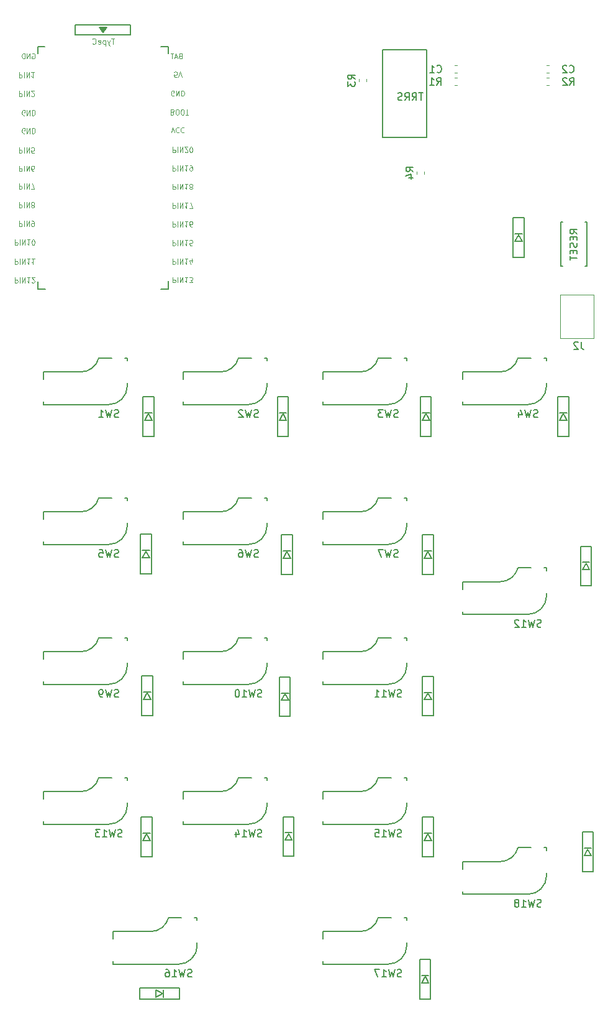
<source format=gbo>
G04 #@! TF.GenerationSoftware,KiCad,Pcbnew,(5.1.5)-3*
G04 #@! TF.CreationDate,2020-10-10T23:35:22+09:00*
G04 #@! TF.ProjectId,Pistachio_MacroPad,50697374-6163-4686-996f-5f4d6163726f,rev?*
G04 #@! TF.SameCoordinates,Original*
G04 #@! TF.FileFunction,Legend,Bot*
G04 #@! TF.FilePolarity,Positive*
%FSLAX46Y46*%
G04 Gerber Fmt 4.6, Leading zero omitted, Abs format (unit mm)*
G04 Created by KiCad (PCBNEW (5.1.5)-3) date 2020-10-10 23:35:22*
%MOMM*%
%LPD*%
G04 APERTURE LIST*
%ADD10C,0.150000*%
%ADD11C,0.120000*%
%ADD12C,0.125000*%
G04 APERTURE END LIST*
D10*
X35770000Y-130465000D02*
X44660000Y-130465000D01*
X35770000Y-130084000D02*
X35770000Y-130465000D01*
X35770000Y-126020000D02*
X35770000Y-127036000D01*
X40850000Y-126020000D02*
X35770000Y-126020000D01*
X45041000Y-124115000D02*
X43390000Y-124115000D01*
X47200000Y-124115000D02*
X46819000Y-124115000D01*
X47200000Y-124496000D02*
X47200000Y-124115000D01*
X47200000Y-127925000D02*
X47200000Y-127544000D01*
X43314162Y-124096040D02*
G75*
G02X40850000Y-126020000I-2464162J616040D01*
G01*
X47200000Y-127925000D02*
G75*
G02X44660000Y-130465000I-2540000J0D01*
G01*
D11*
X91823733Y-28160000D02*
X92166267Y-28160000D01*
X91823733Y-27140000D02*
X92166267Y-27140000D01*
X104666267Y-28110000D02*
X104323733Y-28110000D01*
X104666267Y-27090000D02*
X104323733Y-27090000D01*
X106240000Y-58820000D02*
X106240000Y-61820000D01*
X110740000Y-61820000D02*
X110740000Y-58820000D01*
X110740000Y-58820000D02*
X110740000Y-58320000D01*
X110740000Y-58320000D02*
X106240000Y-58320000D01*
X106240000Y-58320000D02*
X106240000Y-58820000D01*
X106240000Y-58820000D02*
X106240000Y-64320000D01*
X106240000Y-64320000D02*
X110740000Y-64320000D01*
X110740000Y-64320000D02*
X110740000Y-61820000D01*
X91823733Y-29800000D02*
X92166267Y-29800000D01*
X91823733Y-28780000D02*
X92166267Y-28780000D01*
X104666267Y-29800000D02*
X104323733Y-29800000D01*
X104666267Y-28780000D02*
X104323733Y-28780000D01*
X78740000Y-28993733D02*
X78740000Y-29336267D01*
X79760000Y-28993733D02*
X79760000Y-29336267D01*
X87670000Y-41578733D02*
X87670000Y-41921267D01*
X86650000Y-41578733D02*
X86650000Y-41921267D01*
D10*
X35770000Y-73315000D02*
X44660000Y-73315000D01*
X35770000Y-72934000D02*
X35770000Y-73315000D01*
X35770000Y-68870000D02*
X35770000Y-69886000D01*
X40850000Y-68870000D02*
X35770000Y-68870000D01*
X45041000Y-66965000D02*
X43390000Y-66965000D01*
X47200000Y-66965000D02*
X46819000Y-66965000D01*
X47200000Y-67346000D02*
X47200000Y-66965000D01*
X47200000Y-70775000D02*
X47200000Y-70394000D01*
X43314162Y-66946040D02*
G75*
G02X40850000Y-68870000I-2464162J616040D01*
G01*
X47200000Y-70775000D02*
G75*
G02X44660000Y-73315000I-2540000J0D01*
G01*
X66250000Y-70775000D02*
G75*
G02X63710000Y-73315000I-2540000J0D01*
G01*
X62364162Y-66946040D02*
G75*
G02X59900000Y-68870000I-2464162J616040D01*
G01*
X66250000Y-70775000D02*
X66250000Y-70394000D01*
X66250000Y-67346000D02*
X66250000Y-66965000D01*
X66250000Y-66965000D02*
X65869000Y-66965000D01*
X64091000Y-66965000D02*
X62440000Y-66965000D01*
X59900000Y-68870000D02*
X54820000Y-68870000D01*
X54820000Y-68870000D02*
X54820000Y-69886000D01*
X54820000Y-72934000D02*
X54820000Y-73315000D01*
X54820000Y-73315000D02*
X63710000Y-73315000D01*
X73870000Y-73315000D02*
X82760000Y-73315000D01*
X73870000Y-72934000D02*
X73870000Y-73315000D01*
X73870000Y-68870000D02*
X73870000Y-69886000D01*
X78950000Y-68870000D02*
X73870000Y-68870000D01*
X83141000Y-66965000D02*
X81490000Y-66965000D01*
X85300000Y-66965000D02*
X84919000Y-66965000D01*
X85300000Y-67346000D02*
X85300000Y-66965000D01*
X85300000Y-70775000D02*
X85300000Y-70394000D01*
X81414162Y-66946040D02*
G75*
G02X78950000Y-68870000I-2464162J616040D01*
G01*
X85300000Y-70775000D02*
G75*
G02X82760000Y-73315000I-2540000J0D01*
G01*
X92920000Y-73315000D02*
X101810000Y-73315000D01*
X92920000Y-72934000D02*
X92920000Y-73315000D01*
X92920000Y-68870000D02*
X92920000Y-69886000D01*
X98000000Y-68870000D02*
X92920000Y-68870000D01*
X102191000Y-66965000D02*
X100540000Y-66965000D01*
X104350000Y-66965000D02*
X103969000Y-66965000D01*
X104350000Y-67346000D02*
X104350000Y-66965000D01*
X104350000Y-70775000D02*
X104350000Y-70394000D01*
X100464162Y-66946040D02*
G75*
G02X98000000Y-68870000I-2464162J616040D01*
G01*
X104350000Y-70775000D02*
G75*
G02X101810000Y-73315000I-2540000J0D01*
G01*
X47200000Y-89825000D02*
G75*
G02X44660000Y-92365000I-2540000J0D01*
G01*
X43314162Y-85996040D02*
G75*
G02X40850000Y-87920000I-2464162J616040D01*
G01*
X47200000Y-89825000D02*
X47200000Y-89444000D01*
X47200000Y-86396000D02*
X47200000Y-86015000D01*
X47200000Y-86015000D02*
X46819000Y-86015000D01*
X45041000Y-86015000D02*
X43390000Y-86015000D01*
X40850000Y-87920000D02*
X35770000Y-87920000D01*
X35770000Y-87920000D02*
X35770000Y-88936000D01*
X35770000Y-91984000D02*
X35770000Y-92365000D01*
X35770000Y-92365000D02*
X44660000Y-92365000D01*
X54820000Y-92365000D02*
X63710000Y-92365000D01*
X54820000Y-91984000D02*
X54820000Y-92365000D01*
X54820000Y-87920000D02*
X54820000Y-88936000D01*
X59900000Y-87920000D02*
X54820000Y-87920000D01*
X64091000Y-86015000D02*
X62440000Y-86015000D01*
X66250000Y-86015000D02*
X65869000Y-86015000D01*
X66250000Y-86396000D02*
X66250000Y-86015000D01*
X66250000Y-89825000D02*
X66250000Y-89444000D01*
X62364162Y-85996040D02*
G75*
G02X59900000Y-87920000I-2464162J616040D01*
G01*
X66250000Y-89825000D02*
G75*
G02X63710000Y-92365000I-2540000J0D01*
G01*
X85300000Y-89825000D02*
G75*
G02X82760000Y-92365000I-2540000J0D01*
G01*
X81414162Y-85996040D02*
G75*
G02X78950000Y-87920000I-2464162J616040D01*
G01*
X85300000Y-89825000D02*
X85300000Y-89444000D01*
X85300000Y-86396000D02*
X85300000Y-86015000D01*
X85300000Y-86015000D02*
X84919000Y-86015000D01*
X83141000Y-86015000D02*
X81490000Y-86015000D01*
X78950000Y-87920000D02*
X73870000Y-87920000D01*
X73870000Y-87920000D02*
X73870000Y-88936000D01*
X73870000Y-91984000D02*
X73870000Y-92365000D01*
X73870000Y-92365000D02*
X82760000Y-92365000D01*
X47200000Y-108875000D02*
G75*
G02X44660000Y-111415000I-2540000J0D01*
G01*
X43314162Y-105046040D02*
G75*
G02X40850000Y-106970000I-2464162J616040D01*
G01*
X47200000Y-108875000D02*
X47200000Y-108494000D01*
X47200000Y-105446000D02*
X47200000Y-105065000D01*
X47200000Y-105065000D02*
X46819000Y-105065000D01*
X45041000Y-105065000D02*
X43390000Y-105065000D01*
X40850000Y-106970000D02*
X35770000Y-106970000D01*
X35770000Y-106970000D02*
X35770000Y-107986000D01*
X35770000Y-111034000D02*
X35770000Y-111415000D01*
X35770000Y-111415000D02*
X44660000Y-111415000D01*
X66250000Y-108875000D02*
G75*
G02X63710000Y-111415000I-2540000J0D01*
G01*
X62364162Y-105046040D02*
G75*
G02X59900000Y-106970000I-2464162J616040D01*
G01*
X66250000Y-108875000D02*
X66250000Y-108494000D01*
X66250000Y-105446000D02*
X66250000Y-105065000D01*
X66250000Y-105065000D02*
X65869000Y-105065000D01*
X64091000Y-105065000D02*
X62440000Y-105065000D01*
X59900000Y-106970000D02*
X54820000Y-106970000D01*
X54820000Y-106970000D02*
X54820000Y-107986000D01*
X54820000Y-111034000D02*
X54820000Y-111415000D01*
X54820000Y-111415000D02*
X63710000Y-111415000D01*
X73870000Y-111415000D02*
X82760000Y-111415000D01*
X73870000Y-111034000D02*
X73870000Y-111415000D01*
X73870000Y-106970000D02*
X73870000Y-107986000D01*
X78950000Y-106970000D02*
X73870000Y-106970000D01*
X83141000Y-105065000D02*
X81490000Y-105065000D01*
X85300000Y-105065000D02*
X84919000Y-105065000D01*
X85300000Y-105446000D02*
X85300000Y-105065000D01*
X85300000Y-108875000D02*
X85300000Y-108494000D01*
X81414162Y-105046040D02*
G75*
G02X78950000Y-106970000I-2464162J616040D01*
G01*
X85300000Y-108875000D02*
G75*
G02X82760000Y-111415000I-2540000J0D01*
G01*
X92920000Y-101885000D02*
X101810000Y-101885000D01*
X92920000Y-101504000D02*
X92920000Y-101885000D01*
X92920000Y-97440000D02*
X92920000Y-98456000D01*
X98000000Y-97440000D02*
X92920000Y-97440000D01*
X102191000Y-95535000D02*
X100540000Y-95535000D01*
X104350000Y-95535000D02*
X103969000Y-95535000D01*
X104350000Y-95916000D02*
X104350000Y-95535000D01*
X104350000Y-99345000D02*
X104350000Y-98964000D01*
X100464162Y-95516040D02*
G75*
G02X98000000Y-97440000I-2464162J616040D01*
G01*
X104350000Y-99345000D02*
G75*
G02X101810000Y-101885000I-2540000J0D01*
G01*
X66250000Y-127925000D02*
G75*
G02X63710000Y-130465000I-2540000J0D01*
G01*
X62364162Y-124096040D02*
G75*
G02X59900000Y-126020000I-2464162J616040D01*
G01*
X66250000Y-127925000D02*
X66250000Y-127544000D01*
X66250000Y-124496000D02*
X66250000Y-124115000D01*
X66250000Y-124115000D02*
X65869000Y-124115000D01*
X64091000Y-124115000D02*
X62440000Y-124115000D01*
X59900000Y-126020000D02*
X54820000Y-126020000D01*
X54820000Y-126020000D02*
X54820000Y-127036000D01*
X54820000Y-130084000D02*
X54820000Y-130465000D01*
X54820000Y-130465000D02*
X63710000Y-130465000D01*
X73870000Y-130465000D02*
X82760000Y-130465000D01*
X73870000Y-130084000D02*
X73870000Y-130465000D01*
X73870000Y-126020000D02*
X73870000Y-127036000D01*
X78950000Y-126020000D02*
X73870000Y-126020000D01*
X83141000Y-124115000D02*
X81490000Y-124115000D01*
X85300000Y-124115000D02*
X84919000Y-124115000D01*
X85300000Y-124496000D02*
X85300000Y-124115000D01*
X85300000Y-127925000D02*
X85300000Y-127544000D01*
X81414162Y-124096040D02*
G75*
G02X78950000Y-126020000I-2464162J616040D01*
G01*
X85300000Y-127925000D02*
G75*
G02X82760000Y-130465000I-2540000J0D01*
G01*
X56720000Y-146975000D02*
G75*
G02X54180000Y-149515000I-2540000J0D01*
G01*
X52834162Y-143146040D02*
G75*
G02X50370000Y-145070000I-2464162J616040D01*
G01*
X56720000Y-146975000D02*
X56720000Y-146594000D01*
X56720000Y-143546000D02*
X56720000Y-143165000D01*
X56720000Y-143165000D02*
X56339000Y-143165000D01*
X54561000Y-143165000D02*
X52910000Y-143165000D01*
X50370000Y-145070000D02*
X45290000Y-145070000D01*
X45290000Y-145070000D02*
X45290000Y-146086000D01*
X45290000Y-149134000D02*
X45290000Y-149515000D01*
X45290000Y-149515000D02*
X54180000Y-149515000D01*
X73870000Y-149515000D02*
X82760000Y-149515000D01*
X73870000Y-149134000D02*
X73870000Y-149515000D01*
X73870000Y-145070000D02*
X73870000Y-146086000D01*
X78950000Y-145070000D02*
X73870000Y-145070000D01*
X83141000Y-143165000D02*
X81490000Y-143165000D01*
X85300000Y-143165000D02*
X84919000Y-143165000D01*
X85300000Y-143546000D02*
X85300000Y-143165000D01*
X85300000Y-146975000D02*
X85300000Y-146594000D01*
X81414162Y-143146040D02*
G75*
G02X78950000Y-145070000I-2464162J616040D01*
G01*
X85300000Y-146975000D02*
G75*
G02X82760000Y-149515000I-2540000J0D01*
G01*
X104350000Y-137455000D02*
G75*
G02X101810000Y-139995000I-2540000J0D01*
G01*
X100464162Y-133626040D02*
G75*
G02X98000000Y-135550000I-2464162J616040D01*
G01*
X104350000Y-137455000D02*
X104350000Y-137074000D01*
X104350000Y-134026000D02*
X104350000Y-133645000D01*
X104350000Y-133645000D02*
X103969000Y-133645000D01*
X102191000Y-133645000D02*
X100540000Y-133645000D01*
X98000000Y-135550000D02*
X92920000Y-135550000D01*
X92920000Y-135550000D02*
X92920000Y-136566000D01*
X92920000Y-139614000D02*
X92920000Y-139995000D01*
X92920000Y-139995000D02*
X101810000Y-139995000D01*
X44020000Y-22430000D02*
X43720000Y-22430000D01*
X44120000Y-22280000D02*
X43620000Y-22280000D01*
X44220000Y-22130000D02*
X43520000Y-22130000D01*
X43870000Y-22630000D02*
X44370000Y-21980000D01*
X43370000Y-21980000D02*
X43870000Y-22630000D01*
X44370000Y-21980000D02*
X43370000Y-21980000D01*
X40120000Y-21630000D02*
X47620000Y-21630000D01*
X40120000Y-22930000D02*
X40120000Y-21630000D01*
X47620000Y-22930000D02*
X40120000Y-22930000D01*
X47620000Y-21630000D02*
X47620000Y-22930000D01*
X52770000Y-24530000D02*
X52770000Y-25530000D01*
X34970000Y-24530000D02*
X34970000Y-25530000D01*
X52770000Y-24530000D02*
X51770000Y-24530000D01*
X34970000Y-24530000D02*
X35920000Y-24530000D01*
X52770000Y-56530000D02*
X52770000Y-57580000D01*
X34970000Y-56580000D02*
X34970000Y-57580000D01*
X52770000Y-57580000D02*
X51770000Y-57580000D01*
X34970000Y-57580000D02*
X35980000Y-57580000D01*
X88000000Y-24970000D02*
X82000000Y-24970000D01*
X82000000Y-24970000D02*
X82000000Y-36970000D01*
X82000000Y-36970000D02*
X88000000Y-36970000D01*
X88000000Y-36970000D02*
X88000000Y-24970000D01*
X109830000Y-48480000D02*
X109830000Y-54480000D01*
X109830000Y-54480000D02*
X109580000Y-54480000D01*
X109830000Y-48480000D02*
X109580000Y-48480000D01*
X106330000Y-48480000D02*
X106580000Y-48480000D01*
X106330000Y-48480000D02*
X106330000Y-54480000D01*
X106330000Y-54480000D02*
X106580000Y-54480000D01*
X49600000Y-74450000D02*
X50600000Y-74450000D01*
X50100000Y-74550000D02*
X49600000Y-75450000D01*
X50600000Y-75450000D02*
X50100000Y-74550000D01*
X49600000Y-75450000D02*
X50600000Y-75450000D01*
X49350000Y-77650000D02*
X50850000Y-77650000D01*
X49350000Y-72250000D02*
X50850000Y-72250000D01*
X49350000Y-77650000D02*
X49350000Y-72250000D01*
X50850000Y-72250000D02*
X50850000Y-77650000D01*
X69160000Y-72230000D02*
X69160000Y-77630000D01*
X67660000Y-77630000D02*
X67660000Y-72230000D01*
X67660000Y-72230000D02*
X69160000Y-72230000D01*
X67660000Y-77630000D02*
X69160000Y-77630000D01*
X67910000Y-75430000D02*
X68910000Y-75430000D01*
X68910000Y-75430000D02*
X68410000Y-74530000D01*
X68410000Y-74530000D02*
X67910000Y-75430000D01*
X67910000Y-74430000D02*
X68910000Y-74430000D01*
X87390000Y-74445000D02*
X88390000Y-74445000D01*
X87890000Y-74545000D02*
X87390000Y-75445000D01*
X88390000Y-75445000D02*
X87890000Y-74545000D01*
X87390000Y-75445000D02*
X88390000Y-75445000D01*
X87140000Y-77645000D02*
X88640000Y-77645000D01*
X87140000Y-72245000D02*
X88640000Y-72245000D01*
X87140000Y-77645000D02*
X87140000Y-72245000D01*
X88640000Y-72245000D02*
X88640000Y-77645000D01*
X107380000Y-72220000D02*
X107380000Y-77620000D01*
X105880000Y-77620000D02*
X105880000Y-72220000D01*
X105880000Y-72220000D02*
X107380000Y-72220000D01*
X105880000Y-77620000D02*
X107380000Y-77620000D01*
X106130000Y-75420000D02*
X107130000Y-75420000D01*
X107130000Y-75420000D02*
X106630000Y-74520000D01*
X106630000Y-74520000D02*
X106130000Y-75420000D01*
X106130000Y-74420000D02*
X107130000Y-74420000D01*
X49210000Y-93190000D02*
X50210000Y-93190000D01*
X49710000Y-93290000D02*
X49210000Y-94190000D01*
X50210000Y-94190000D02*
X49710000Y-93290000D01*
X49210000Y-94190000D02*
X50210000Y-94190000D01*
X48960000Y-96390000D02*
X50460000Y-96390000D01*
X48960000Y-90990000D02*
X50460000Y-90990000D01*
X48960000Y-96390000D02*
X48960000Y-90990000D01*
X50460000Y-90990000D02*
X50460000Y-96390000D01*
X69700000Y-91040000D02*
X69700000Y-96440000D01*
X68200000Y-96440000D02*
X68200000Y-91040000D01*
X68200000Y-91040000D02*
X69700000Y-91040000D01*
X68200000Y-96440000D02*
X69700000Y-96440000D01*
X68450000Y-94240000D02*
X69450000Y-94240000D01*
X69450000Y-94240000D02*
X68950000Y-93340000D01*
X68950000Y-93340000D02*
X68450000Y-94240000D01*
X68450000Y-93240000D02*
X69450000Y-93240000D01*
X87670000Y-93240000D02*
X88670000Y-93240000D01*
X88170000Y-93340000D02*
X87670000Y-94240000D01*
X88670000Y-94240000D02*
X88170000Y-93340000D01*
X87670000Y-94240000D02*
X88670000Y-94240000D01*
X87420000Y-96440000D02*
X88920000Y-96440000D01*
X87420000Y-91040000D02*
X88920000Y-91040000D01*
X87420000Y-96440000D02*
X87420000Y-91040000D01*
X88920000Y-91040000D02*
X88920000Y-96440000D01*
X100030000Y-50085000D02*
X101030000Y-50085000D01*
X100530000Y-50185000D02*
X100030000Y-51085000D01*
X101030000Y-51085000D02*
X100530000Y-50185000D01*
X100030000Y-51085000D02*
X101030000Y-51085000D01*
X99780000Y-53285000D02*
X101280000Y-53285000D01*
X99780000Y-47885000D02*
X101280000Y-47885000D01*
X99780000Y-53285000D02*
X99780000Y-47885000D01*
X101280000Y-47885000D02*
X101280000Y-53285000D01*
X49390000Y-112470000D02*
X50390000Y-112470000D01*
X49890000Y-112570000D02*
X49390000Y-113470000D01*
X50390000Y-113470000D02*
X49890000Y-112570000D01*
X49390000Y-113470000D02*
X50390000Y-113470000D01*
X49140000Y-115670000D02*
X50640000Y-115670000D01*
X49140000Y-110270000D02*
X50640000Y-110270000D01*
X49140000Y-115670000D02*
X49140000Y-110270000D01*
X50640000Y-110270000D02*
X50640000Y-115670000D01*
X69420000Y-110395000D02*
X69420000Y-115795000D01*
X67920000Y-115795000D02*
X67920000Y-110395000D01*
X67920000Y-110395000D02*
X69420000Y-110395000D01*
X67920000Y-115795000D02*
X69420000Y-115795000D01*
X68170000Y-113595000D02*
X69170000Y-113595000D01*
X69170000Y-113595000D02*
X68670000Y-112695000D01*
X68670000Y-112695000D02*
X68170000Y-113595000D01*
X68170000Y-112595000D02*
X69170000Y-112595000D01*
X87660000Y-112510000D02*
X88660000Y-112510000D01*
X88160000Y-112610000D02*
X87660000Y-113510000D01*
X88660000Y-113510000D02*
X88160000Y-112610000D01*
X87660000Y-113510000D02*
X88660000Y-113510000D01*
X87410000Y-115710000D02*
X88910000Y-115710000D01*
X87410000Y-110310000D02*
X88910000Y-110310000D01*
X87410000Y-115710000D02*
X87410000Y-110310000D01*
X88910000Y-110310000D02*
X88910000Y-115710000D01*
X110480000Y-92600000D02*
X110480000Y-98000000D01*
X108980000Y-98000000D02*
X108980000Y-92600000D01*
X108980000Y-92600000D02*
X110480000Y-92600000D01*
X108980000Y-98000000D02*
X110480000Y-98000000D01*
X109230000Y-95800000D02*
X110230000Y-95800000D01*
X110230000Y-95800000D02*
X109730000Y-94900000D01*
X109730000Y-94900000D02*
X109230000Y-95800000D01*
X109230000Y-94800000D02*
X110230000Y-94800000D01*
X49300000Y-131690000D02*
X50300000Y-131690000D01*
X49800000Y-131790000D02*
X49300000Y-132690000D01*
X50300000Y-132690000D02*
X49800000Y-131790000D01*
X49300000Y-132690000D02*
X50300000Y-132690000D01*
X49050000Y-134890000D02*
X50550000Y-134890000D01*
X49050000Y-129490000D02*
X50550000Y-129490000D01*
X49050000Y-134890000D02*
X49050000Y-129490000D01*
X50550000Y-129490000D02*
X50550000Y-134890000D01*
X69920000Y-129430000D02*
X69920000Y-134830000D01*
X68420000Y-134830000D02*
X68420000Y-129430000D01*
X68420000Y-129430000D02*
X69920000Y-129430000D01*
X68420000Y-134830000D02*
X69920000Y-134830000D01*
X68670000Y-132630000D02*
X69670000Y-132630000D01*
X69670000Y-132630000D02*
X69170000Y-131730000D01*
X69170000Y-131730000D02*
X68670000Y-132630000D01*
X68670000Y-131630000D02*
X69670000Y-131630000D01*
X88950000Y-129460000D02*
X88950000Y-134860000D01*
X87450000Y-134860000D02*
X87450000Y-129460000D01*
X87450000Y-129460000D02*
X88950000Y-129460000D01*
X87450000Y-134860000D02*
X88950000Y-134860000D01*
X87700000Y-132660000D02*
X88700000Y-132660000D01*
X88700000Y-132660000D02*
X88200000Y-131760000D01*
X88200000Y-131760000D02*
X87700000Y-132660000D01*
X87700000Y-131660000D02*
X88700000Y-131660000D01*
X52090000Y-153020000D02*
X52090000Y-154020000D01*
X51990000Y-153520000D02*
X51090000Y-153020000D01*
X51090000Y-154020000D02*
X51990000Y-153520000D01*
X51090000Y-153020000D02*
X51090000Y-154020000D01*
X48890000Y-152770000D02*
X48890000Y-154270000D01*
X54290000Y-152770000D02*
X54290000Y-154270000D01*
X48890000Y-152770000D02*
X54290000Y-152770000D01*
X54290000Y-154270000D02*
X48890000Y-154270000D01*
X88550000Y-148860000D02*
X88550000Y-154260000D01*
X87050000Y-154260000D02*
X87050000Y-148860000D01*
X87050000Y-148860000D02*
X88550000Y-148860000D01*
X87050000Y-154260000D02*
X88550000Y-154260000D01*
X87300000Y-152060000D02*
X88300000Y-152060000D01*
X88300000Y-152060000D02*
X87800000Y-151160000D01*
X87800000Y-151160000D02*
X87300000Y-152060000D01*
X87300000Y-151060000D02*
X88300000Y-151060000D01*
X110720000Y-131540000D02*
X110720000Y-136940000D01*
X109220000Y-136940000D02*
X109220000Y-131540000D01*
X109220000Y-131540000D02*
X110720000Y-131540000D01*
X109220000Y-136940000D02*
X110720000Y-136940000D01*
X109470000Y-134740000D02*
X110470000Y-134740000D01*
X110470000Y-134740000D02*
X109970000Y-133840000D01*
X109970000Y-133840000D02*
X109470000Y-134740000D01*
X109470000Y-133740000D02*
X110470000Y-133740000D01*
X46469523Y-132139761D02*
X46326666Y-132187380D01*
X46088571Y-132187380D01*
X45993333Y-132139761D01*
X45945714Y-132092142D01*
X45898095Y-131996904D01*
X45898095Y-131901666D01*
X45945714Y-131806428D01*
X45993333Y-131758809D01*
X46088571Y-131711190D01*
X46279047Y-131663571D01*
X46374285Y-131615952D01*
X46421904Y-131568333D01*
X46469523Y-131473095D01*
X46469523Y-131377857D01*
X46421904Y-131282619D01*
X46374285Y-131235000D01*
X46279047Y-131187380D01*
X46040952Y-131187380D01*
X45898095Y-131235000D01*
X45564761Y-131187380D02*
X45326666Y-132187380D01*
X45136190Y-131473095D01*
X44945714Y-132187380D01*
X44707619Y-131187380D01*
X43802857Y-132187380D02*
X44374285Y-132187380D01*
X44088571Y-132187380D02*
X44088571Y-131187380D01*
X44183809Y-131330238D01*
X44279047Y-131425476D01*
X44374285Y-131473095D01*
X43469523Y-131187380D02*
X42850476Y-131187380D01*
X43183809Y-131568333D01*
X43040952Y-131568333D01*
X42945714Y-131615952D01*
X42898095Y-131663571D01*
X42850476Y-131758809D01*
X42850476Y-131996904D01*
X42898095Y-132092142D01*
X42945714Y-132139761D01*
X43040952Y-132187380D01*
X43326666Y-132187380D01*
X43421904Y-132139761D01*
X43469523Y-132092142D01*
X89406666Y-28007142D02*
X89454285Y-28054761D01*
X89597142Y-28102380D01*
X89692380Y-28102380D01*
X89835238Y-28054761D01*
X89930476Y-27959523D01*
X89978095Y-27864285D01*
X90025714Y-27673809D01*
X90025714Y-27530952D01*
X89978095Y-27340476D01*
X89930476Y-27245238D01*
X89835238Y-27150000D01*
X89692380Y-27102380D01*
X89597142Y-27102380D01*
X89454285Y-27150000D01*
X89406666Y-27197619D01*
X88454285Y-28102380D02*
X89025714Y-28102380D01*
X88740000Y-28102380D02*
X88740000Y-27102380D01*
X88835238Y-27245238D01*
X88930476Y-27340476D01*
X89025714Y-27388095D01*
X107466666Y-28027142D02*
X107514285Y-28074761D01*
X107657142Y-28122380D01*
X107752380Y-28122380D01*
X107895238Y-28074761D01*
X107990476Y-27979523D01*
X108038095Y-27884285D01*
X108085714Y-27693809D01*
X108085714Y-27550952D01*
X108038095Y-27360476D01*
X107990476Y-27265238D01*
X107895238Y-27170000D01*
X107752380Y-27122380D01*
X107657142Y-27122380D01*
X107514285Y-27170000D01*
X107466666Y-27217619D01*
X107085714Y-27217619D02*
X107038095Y-27170000D01*
X106942857Y-27122380D01*
X106704761Y-27122380D01*
X106609523Y-27170000D01*
X106561904Y-27217619D01*
X106514285Y-27312857D01*
X106514285Y-27408095D01*
X106561904Y-27550952D01*
X107133333Y-28122380D01*
X106514285Y-28122380D01*
X109073333Y-64772380D02*
X109073333Y-65486666D01*
X109120952Y-65629523D01*
X109216190Y-65724761D01*
X109359047Y-65772380D01*
X109454285Y-65772380D01*
X108644761Y-64867619D02*
X108597142Y-64820000D01*
X108501904Y-64772380D01*
X108263809Y-64772380D01*
X108168571Y-64820000D01*
X108120952Y-64867619D01*
X108073333Y-64962857D01*
X108073333Y-65058095D01*
X108120952Y-65200952D01*
X108692380Y-65772380D01*
X108073333Y-65772380D01*
X89386666Y-29812380D02*
X89720000Y-29336190D01*
X89958095Y-29812380D02*
X89958095Y-28812380D01*
X89577142Y-28812380D01*
X89481904Y-28860000D01*
X89434285Y-28907619D01*
X89386666Y-29002857D01*
X89386666Y-29145714D01*
X89434285Y-29240952D01*
X89481904Y-29288571D01*
X89577142Y-29336190D01*
X89958095Y-29336190D01*
X88434285Y-29812380D02*
X89005714Y-29812380D01*
X88720000Y-29812380D02*
X88720000Y-28812380D01*
X88815238Y-28955238D01*
X88910476Y-29050476D01*
X89005714Y-29098095D01*
X107516666Y-29822380D02*
X107850000Y-29346190D01*
X108088095Y-29822380D02*
X108088095Y-28822380D01*
X107707142Y-28822380D01*
X107611904Y-28870000D01*
X107564285Y-28917619D01*
X107516666Y-29012857D01*
X107516666Y-29155714D01*
X107564285Y-29250952D01*
X107611904Y-29298571D01*
X107707142Y-29346190D01*
X108088095Y-29346190D01*
X107135714Y-28917619D02*
X107088095Y-28870000D01*
X106992857Y-28822380D01*
X106754761Y-28822380D01*
X106659523Y-28870000D01*
X106611904Y-28917619D01*
X106564285Y-29012857D01*
X106564285Y-29108095D01*
X106611904Y-29250952D01*
X107183333Y-29822380D01*
X106564285Y-29822380D01*
X78272380Y-28998333D02*
X77796190Y-28665000D01*
X78272380Y-28426904D02*
X77272380Y-28426904D01*
X77272380Y-28807857D01*
X77320000Y-28903095D01*
X77367619Y-28950714D01*
X77462857Y-28998333D01*
X77605714Y-28998333D01*
X77700952Y-28950714D01*
X77748571Y-28903095D01*
X77796190Y-28807857D01*
X77796190Y-28426904D01*
X77272380Y-29331666D02*
X77272380Y-29950714D01*
X77653333Y-29617380D01*
X77653333Y-29760238D01*
X77700952Y-29855476D01*
X77748571Y-29903095D01*
X77843809Y-29950714D01*
X78081904Y-29950714D01*
X78177142Y-29903095D01*
X78224761Y-29855476D01*
X78272380Y-29760238D01*
X78272380Y-29474523D01*
X78224761Y-29379285D01*
X78177142Y-29331666D01*
X86182380Y-41583333D02*
X85706190Y-41250000D01*
X86182380Y-41011904D02*
X85182380Y-41011904D01*
X85182380Y-41392857D01*
X85230000Y-41488095D01*
X85277619Y-41535714D01*
X85372857Y-41583333D01*
X85515714Y-41583333D01*
X85610952Y-41535714D01*
X85658571Y-41488095D01*
X85706190Y-41392857D01*
X85706190Y-41011904D01*
X85515714Y-42440476D02*
X86182380Y-42440476D01*
X85134761Y-42202380D02*
X85849047Y-41964285D01*
X85849047Y-42583333D01*
X45993333Y-74989761D02*
X45850476Y-75037380D01*
X45612380Y-75037380D01*
X45517142Y-74989761D01*
X45469523Y-74942142D01*
X45421904Y-74846904D01*
X45421904Y-74751666D01*
X45469523Y-74656428D01*
X45517142Y-74608809D01*
X45612380Y-74561190D01*
X45802857Y-74513571D01*
X45898095Y-74465952D01*
X45945714Y-74418333D01*
X45993333Y-74323095D01*
X45993333Y-74227857D01*
X45945714Y-74132619D01*
X45898095Y-74085000D01*
X45802857Y-74037380D01*
X45564761Y-74037380D01*
X45421904Y-74085000D01*
X45088571Y-74037380D02*
X44850476Y-75037380D01*
X44660000Y-74323095D01*
X44469523Y-75037380D01*
X44231428Y-74037380D01*
X43326666Y-75037380D02*
X43898095Y-75037380D01*
X43612380Y-75037380D02*
X43612380Y-74037380D01*
X43707619Y-74180238D01*
X43802857Y-74275476D01*
X43898095Y-74323095D01*
X65043333Y-74989761D02*
X64900476Y-75037380D01*
X64662380Y-75037380D01*
X64567142Y-74989761D01*
X64519523Y-74942142D01*
X64471904Y-74846904D01*
X64471904Y-74751666D01*
X64519523Y-74656428D01*
X64567142Y-74608809D01*
X64662380Y-74561190D01*
X64852857Y-74513571D01*
X64948095Y-74465952D01*
X64995714Y-74418333D01*
X65043333Y-74323095D01*
X65043333Y-74227857D01*
X64995714Y-74132619D01*
X64948095Y-74085000D01*
X64852857Y-74037380D01*
X64614761Y-74037380D01*
X64471904Y-74085000D01*
X64138571Y-74037380D02*
X63900476Y-75037380D01*
X63710000Y-74323095D01*
X63519523Y-75037380D01*
X63281428Y-74037380D01*
X62948095Y-74132619D02*
X62900476Y-74085000D01*
X62805238Y-74037380D01*
X62567142Y-74037380D01*
X62471904Y-74085000D01*
X62424285Y-74132619D01*
X62376666Y-74227857D01*
X62376666Y-74323095D01*
X62424285Y-74465952D01*
X62995714Y-75037380D01*
X62376666Y-75037380D01*
X84093333Y-74989761D02*
X83950476Y-75037380D01*
X83712380Y-75037380D01*
X83617142Y-74989761D01*
X83569523Y-74942142D01*
X83521904Y-74846904D01*
X83521904Y-74751666D01*
X83569523Y-74656428D01*
X83617142Y-74608809D01*
X83712380Y-74561190D01*
X83902857Y-74513571D01*
X83998095Y-74465952D01*
X84045714Y-74418333D01*
X84093333Y-74323095D01*
X84093333Y-74227857D01*
X84045714Y-74132619D01*
X83998095Y-74085000D01*
X83902857Y-74037380D01*
X83664761Y-74037380D01*
X83521904Y-74085000D01*
X83188571Y-74037380D02*
X82950476Y-75037380D01*
X82760000Y-74323095D01*
X82569523Y-75037380D01*
X82331428Y-74037380D01*
X82045714Y-74037380D02*
X81426666Y-74037380D01*
X81760000Y-74418333D01*
X81617142Y-74418333D01*
X81521904Y-74465952D01*
X81474285Y-74513571D01*
X81426666Y-74608809D01*
X81426666Y-74846904D01*
X81474285Y-74942142D01*
X81521904Y-74989761D01*
X81617142Y-75037380D01*
X81902857Y-75037380D01*
X81998095Y-74989761D01*
X82045714Y-74942142D01*
X103143333Y-74989761D02*
X103000476Y-75037380D01*
X102762380Y-75037380D01*
X102667142Y-74989761D01*
X102619523Y-74942142D01*
X102571904Y-74846904D01*
X102571904Y-74751666D01*
X102619523Y-74656428D01*
X102667142Y-74608809D01*
X102762380Y-74561190D01*
X102952857Y-74513571D01*
X103048095Y-74465952D01*
X103095714Y-74418333D01*
X103143333Y-74323095D01*
X103143333Y-74227857D01*
X103095714Y-74132619D01*
X103048095Y-74085000D01*
X102952857Y-74037380D01*
X102714761Y-74037380D01*
X102571904Y-74085000D01*
X102238571Y-74037380D02*
X102000476Y-75037380D01*
X101810000Y-74323095D01*
X101619523Y-75037380D01*
X101381428Y-74037380D01*
X100571904Y-74370714D02*
X100571904Y-75037380D01*
X100810000Y-73989761D02*
X101048095Y-74704047D01*
X100429047Y-74704047D01*
X45993333Y-94039761D02*
X45850476Y-94087380D01*
X45612380Y-94087380D01*
X45517142Y-94039761D01*
X45469523Y-93992142D01*
X45421904Y-93896904D01*
X45421904Y-93801666D01*
X45469523Y-93706428D01*
X45517142Y-93658809D01*
X45612380Y-93611190D01*
X45802857Y-93563571D01*
X45898095Y-93515952D01*
X45945714Y-93468333D01*
X45993333Y-93373095D01*
X45993333Y-93277857D01*
X45945714Y-93182619D01*
X45898095Y-93135000D01*
X45802857Y-93087380D01*
X45564761Y-93087380D01*
X45421904Y-93135000D01*
X45088571Y-93087380D02*
X44850476Y-94087380D01*
X44660000Y-93373095D01*
X44469523Y-94087380D01*
X44231428Y-93087380D01*
X43374285Y-93087380D02*
X43850476Y-93087380D01*
X43898095Y-93563571D01*
X43850476Y-93515952D01*
X43755238Y-93468333D01*
X43517142Y-93468333D01*
X43421904Y-93515952D01*
X43374285Y-93563571D01*
X43326666Y-93658809D01*
X43326666Y-93896904D01*
X43374285Y-93992142D01*
X43421904Y-94039761D01*
X43517142Y-94087380D01*
X43755238Y-94087380D01*
X43850476Y-94039761D01*
X43898095Y-93992142D01*
X65043333Y-94039761D02*
X64900476Y-94087380D01*
X64662380Y-94087380D01*
X64567142Y-94039761D01*
X64519523Y-93992142D01*
X64471904Y-93896904D01*
X64471904Y-93801666D01*
X64519523Y-93706428D01*
X64567142Y-93658809D01*
X64662380Y-93611190D01*
X64852857Y-93563571D01*
X64948095Y-93515952D01*
X64995714Y-93468333D01*
X65043333Y-93373095D01*
X65043333Y-93277857D01*
X64995714Y-93182619D01*
X64948095Y-93135000D01*
X64852857Y-93087380D01*
X64614761Y-93087380D01*
X64471904Y-93135000D01*
X64138571Y-93087380D02*
X63900476Y-94087380D01*
X63710000Y-93373095D01*
X63519523Y-94087380D01*
X63281428Y-93087380D01*
X62471904Y-93087380D02*
X62662380Y-93087380D01*
X62757619Y-93135000D01*
X62805238Y-93182619D01*
X62900476Y-93325476D01*
X62948095Y-93515952D01*
X62948095Y-93896904D01*
X62900476Y-93992142D01*
X62852857Y-94039761D01*
X62757619Y-94087380D01*
X62567142Y-94087380D01*
X62471904Y-94039761D01*
X62424285Y-93992142D01*
X62376666Y-93896904D01*
X62376666Y-93658809D01*
X62424285Y-93563571D01*
X62471904Y-93515952D01*
X62567142Y-93468333D01*
X62757619Y-93468333D01*
X62852857Y-93515952D01*
X62900476Y-93563571D01*
X62948095Y-93658809D01*
X84093333Y-94039761D02*
X83950476Y-94087380D01*
X83712380Y-94087380D01*
X83617142Y-94039761D01*
X83569523Y-93992142D01*
X83521904Y-93896904D01*
X83521904Y-93801666D01*
X83569523Y-93706428D01*
X83617142Y-93658809D01*
X83712380Y-93611190D01*
X83902857Y-93563571D01*
X83998095Y-93515952D01*
X84045714Y-93468333D01*
X84093333Y-93373095D01*
X84093333Y-93277857D01*
X84045714Y-93182619D01*
X83998095Y-93135000D01*
X83902857Y-93087380D01*
X83664761Y-93087380D01*
X83521904Y-93135000D01*
X83188571Y-93087380D02*
X82950476Y-94087380D01*
X82760000Y-93373095D01*
X82569523Y-94087380D01*
X82331428Y-93087380D01*
X82045714Y-93087380D02*
X81379047Y-93087380D01*
X81807619Y-94087380D01*
X45993333Y-113089761D02*
X45850476Y-113137380D01*
X45612380Y-113137380D01*
X45517142Y-113089761D01*
X45469523Y-113042142D01*
X45421904Y-112946904D01*
X45421904Y-112851666D01*
X45469523Y-112756428D01*
X45517142Y-112708809D01*
X45612380Y-112661190D01*
X45802857Y-112613571D01*
X45898095Y-112565952D01*
X45945714Y-112518333D01*
X45993333Y-112423095D01*
X45993333Y-112327857D01*
X45945714Y-112232619D01*
X45898095Y-112185000D01*
X45802857Y-112137380D01*
X45564761Y-112137380D01*
X45421904Y-112185000D01*
X45088571Y-112137380D02*
X44850476Y-113137380D01*
X44660000Y-112423095D01*
X44469523Y-113137380D01*
X44231428Y-112137380D01*
X43802857Y-113137380D02*
X43612380Y-113137380D01*
X43517142Y-113089761D01*
X43469523Y-113042142D01*
X43374285Y-112899285D01*
X43326666Y-112708809D01*
X43326666Y-112327857D01*
X43374285Y-112232619D01*
X43421904Y-112185000D01*
X43517142Y-112137380D01*
X43707619Y-112137380D01*
X43802857Y-112185000D01*
X43850476Y-112232619D01*
X43898095Y-112327857D01*
X43898095Y-112565952D01*
X43850476Y-112661190D01*
X43802857Y-112708809D01*
X43707619Y-112756428D01*
X43517142Y-112756428D01*
X43421904Y-112708809D01*
X43374285Y-112661190D01*
X43326666Y-112565952D01*
X65519523Y-113089761D02*
X65376666Y-113137380D01*
X65138571Y-113137380D01*
X65043333Y-113089761D01*
X64995714Y-113042142D01*
X64948095Y-112946904D01*
X64948095Y-112851666D01*
X64995714Y-112756428D01*
X65043333Y-112708809D01*
X65138571Y-112661190D01*
X65329047Y-112613571D01*
X65424285Y-112565952D01*
X65471904Y-112518333D01*
X65519523Y-112423095D01*
X65519523Y-112327857D01*
X65471904Y-112232619D01*
X65424285Y-112185000D01*
X65329047Y-112137380D01*
X65090952Y-112137380D01*
X64948095Y-112185000D01*
X64614761Y-112137380D02*
X64376666Y-113137380D01*
X64186190Y-112423095D01*
X63995714Y-113137380D01*
X63757619Y-112137380D01*
X62852857Y-113137380D02*
X63424285Y-113137380D01*
X63138571Y-113137380D02*
X63138571Y-112137380D01*
X63233809Y-112280238D01*
X63329047Y-112375476D01*
X63424285Y-112423095D01*
X62233809Y-112137380D02*
X62138571Y-112137380D01*
X62043333Y-112185000D01*
X61995714Y-112232619D01*
X61948095Y-112327857D01*
X61900476Y-112518333D01*
X61900476Y-112756428D01*
X61948095Y-112946904D01*
X61995714Y-113042142D01*
X62043333Y-113089761D01*
X62138571Y-113137380D01*
X62233809Y-113137380D01*
X62329047Y-113089761D01*
X62376666Y-113042142D01*
X62424285Y-112946904D01*
X62471904Y-112756428D01*
X62471904Y-112518333D01*
X62424285Y-112327857D01*
X62376666Y-112232619D01*
X62329047Y-112185000D01*
X62233809Y-112137380D01*
X84569523Y-113089761D02*
X84426666Y-113137380D01*
X84188571Y-113137380D01*
X84093333Y-113089761D01*
X84045714Y-113042142D01*
X83998095Y-112946904D01*
X83998095Y-112851666D01*
X84045714Y-112756428D01*
X84093333Y-112708809D01*
X84188571Y-112661190D01*
X84379047Y-112613571D01*
X84474285Y-112565952D01*
X84521904Y-112518333D01*
X84569523Y-112423095D01*
X84569523Y-112327857D01*
X84521904Y-112232619D01*
X84474285Y-112185000D01*
X84379047Y-112137380D01*
X84140952Y-112137380D01*
X83998095Y-112185000D01*
X83664761Y-112137380D02*
X83426666Y-113137380D01*
X83236190Y-112423095D01*
X83045714Y-113137380D01*
X82807619Y-112137380D01*
X81902857Y-113137380D02*
X82474285Y-113137380D01*
X82188571Y-113137380D02*
X82188571Y-112137380D01*
X82283809Y-112280238D01*
X82379047Y-112375476D01*
X82474285Y-112423095D01*
X80950476Y-113137380D02*
X81521904Y-113137380D01*
X81236190Y-113137380D02*
X81236190Y-112137380D01*
X81331428Y-112280238D01*
X81426666Y-112375476D01*
X81521904Y-112423095D01*
X103619523Y-103559761D02*
X103476666Y-103607380D01*
X103238571Y-103607380D01*
X103143333Y-103559761D01*
X103095714Y-103512142D01*
X103048095Y-103416904D01*
X103048095Y-103321666D01*
X103095714Y-103226428D01*
X103143333Y-103178809D01*
X103238571Y-103131190D01*
X103429047Y-103083571D01*
X103524285Y-103035952D01*
X103571904Y-102988333D01*
X103619523Y-102893095D01*
X103619523Y-102797857D01*
X103571904Y-102702619D01*
X103524285Y-102655000D01*
X103429047Y-102607380D01*
X103190952Y-102607380D01*
X103048095Y-102655000D01*
X102714761Y-102607380D02*
X102476666Y-103607380D01*
X102286190Y-102893095D01*
X102095714Y-103607380D01*
X101857619Y-102607380D01*
X100952857Y-103607380D02*
X101524285Y-103607380D01*
X101238571Y-103607380D02*
X101238571Y-102607380D01*
X101333809Y-102750238D01*
X101429047Y-102845476D01*
X101524285Y-102893095D01*
X100571904Y-102702619D02*
X100524285Y-102655000D01*
X100429047Y-102607380D01*
X100190952Y-102607380D01*
X100095714Y-102655000D01*
X100048095Y-102702619D01*
X100000476Y-102797857D01*
X100000476Y-102893095D01*
X100048095Y-103035952D01*
X100619523Y-103607380D01*
X100000476Y-103607380D01*
X65519523Y-132139761D02*
X65376666Y-132187380D01*
X65138571Y-132187380D01*
X65043333Y-132139761D01*
X64995714Y-132092142D01*
X64948095Y-131996904D01*
X64948095Y-131901666D01*
X64995714Y-131806428D01*
X65043333Y-131758809D01*
X65138571Y-131711190D01*
X65329047Y-131663571D01*
X65424285Y-131615952D01*
X65471904Y-131568333D01*
X65519523Y-131473095D01*
X65519523Y-131377857D01*
X65471904Y-131282619D01*
X65424285Y-131235000D01*
X65329047Y-131187380D01*
X65090952Y-131187380D01*
X64948095Y-131235000D01*
X64614761Y-131187380D02*
X64376666Y-132187380D01*
X64186190Y-131473095D01*
X63995714Y-132187380D01*
X63757619Y-131187380D01*
X62852857Y-132187380D02*
X63424285Y-132187380D01*
X63138571Y-132187380D02*
X63138571Y-131187380D01*
X63233809Y-131330238D01*
X63329047Y-131425476D01*
X63424285Y-131473095D01*
X61995714Y-131520714D02*
X61995714Y-132187380D01*
X62233809Y-131139761D02*
X62471904Y-131854047D01*
X61852857Y-131854047D01*
X84569523Y-132139761D02*
X84426666Y-132187380D01*
X84188571Y-132187380D01*
X84093333Y-132139761D01*
X84045714Y-132092142D01*
X83998095Y-131996904D01*
X83998095Y-131901666D01*
X84045714Y-131806428D01*
X84093333Y-131758809D01*
X84188571Y-131711190D01*
X84379047Y-131663571D01*
X84474285Y-131615952D01*
X84521904Y-131568333D01*
X84569523Y-131473095D01*
X84569523Y-131377857D01*
X84521904Y-131282619D01*
X84474285Y-131235000D01*
X84379047Y-131187380D01*
X84140952Y-131187380D01*
X83998095Y-131235000D01*
X83664761Y-131187380D02*
X83426666Y-132187380D01*
X83236190Y-131473095D01*
X83045714Y-132187380D01*
X82807619Y-131187380D01*
X81902857Y-132187380D02*
X82474285Y-132187380D01*
X82188571Y-132187380D02*
X82188571Y-131187380D01*
X82283809Y-131330238D01*
X82379047Y-131425476D01*
X82474285Y-131473095D01*
X80998095Y-131187380D02*
X81474285Y-131187380D01*
X81521904Y-131663571D01*
X81474285Y-131615952D01*
X81379047Y-131568333D01*
X81140952Y-131568333D01*
X81045714Y-131615952D01*
X80998095Y-131663571D01*
X80950476Y-131758809D01*
X80950476Y-131996904D01*
X80998095Y-132092142D01*
X81045714Y-132139761D01*
X81140952Y-132187380D01*
X81379047Y-132187380D01*
X81474285Y-132139761D01*
X81521904Y-132092142D01*
X55989523Y-151189761D02*
X55846666Y-151237380D01*
X55608571Y-151237380D01*
X55513333Y-151189761D01*
X55465714Y-151142142D01*
X55418095Y-151046904D01*
X55418095Y-150951666D01*
X55465714Y-150856428D01*
X55513333Y-150808809D01*
X55608571Y-150761190D01*
X55799047Y-150713571D01*
X55894285Y-150665952D01*
X55941904Y-150618333D01*
X55989523Y-150523095D01*
X55989523Y-150427857D01*
X55941904Y-150332619D01*
X55894285Y-150285000D01*
X55799047Y-150237380D01*
X55560952Y-150237380D01*
X55418095Y-150285000D01*
X55084761Y-150237380D02*
X54846666Y-151237380D01*
X54656190Y-150523095D01*
X54465714Y-151237380D01*
X54227619Y-150237380D01*
X53322857Y-151237380D02*
X53894285Y-151237380D01*
X53608571Y-151237380D02*
X53608571Y-150237380D01*
X53703809Y-150380238D01*
X53799047Y-150475476D01*
X53894285Y-150523095D01*
X52465714Y-150237380D02*
X52656190Y-150237380D01*
X52751428Y-150285000D01*
X52799047Y-150332619D01*
X52894285Y-150475476D01*
X52941904Y-150665952D01*
X52941904Y-151046904D01*
X52894285Y-151142142D01*
X52846666Y-151189761D01*
X52751428Y-151237380D01*
X52560952Y-151237380D01*
X52465714Y-151189761D01*
X52418095Y-151142142D01*
X52370476Y-151046904D01*
X52370476Y-150808809D01*
X52418095Y-150713571D01*
X52465714Y-150665952D01*
X52560952Y-150618333D01*
X52751428Y-150618333D01*
X52846666Y-150665952D01*
X52894285Y-150713571D01*
X52941904Y-150808809D01*
X84569523Y-151189761D02*
X84426666Y-151237380D01*
X84188571Y-151237380D01*
X84093333Y-151189761D01*
X84045714Y-151142142D01*
X83998095Y-151046904D01*
X83998095Y-150951666D01*
X84045714Y-150856428D01*
X84093333Y-150808809D01*
X84188571Y-150761190D01*
X84379047Y-150713571D01*
X84474285Y-150665952D01*
X84521904Y-150618333D01*
X84569523Y-150523095D01*
X84569523Y-150427857D01*
X84521904Y-150332619D01*
X84474285Y-150285000D01*
X84379047Y-150237380D01*
X84140952Y-150237380D01*
X83998095Y-150285000D01*
X83664761Y-150237380D02*
X83426666Y-151237380D01*
X83236190Y-150523095D01*
X83045714Y-151237380D01*
X82807619Y-150237380D01*
X81902857Y-151237380D02*
X82474285Y-151237380D01*
X82188571Y-151237380D02*
X82188571Y-150237380D01*
X82283809Y-150380238D01*
X82379047Y-150475476D01*
X82474285Y-150523095D01*
X81569523Y-150237380D02*
X80902857Y-150237380D01*
X81331428Y-151237380D01*
X103619523Y-141669761D02*
X103476666Y-141717380D01*
X103238571Y-141717380D01*
X103143333Y-141669761D01*
X103095714Y-141622142D01*
X103048095Y-141526904D01*
X103048095Y-141431666D01*
X103095714Y-141336428D01*
X103143333Y-141288809D01*
X103238571Y-141241190D01*
X103429047Y-141193571D01*
X103524285Y-141145952D01*
X103571904Y-141098333D01*
X103619523Y-141003095D01*
X103619523Y-140907857D01*
X103571904Y-140812619D01*
X103524285Y-140765000D01*
X103429047Y-140717380D01*
X103190952Y-140717380D01*
X103048095Y-140765000D01*
X102714761Y-140717380D02*
X102476666Y-141717380D01*
X102286190Y-141003095D01*
X102095714Y-141717380D01*
X101857619Y-140717380D01*
X100952857Y-141717380D02*
X101524285Y-141717380D01*
X101238571Y-141717380D02*
X101238571Y-140717380D01*
X101333809Y-140860238D01*
X101429047Y-140955476D01*
X101524285Y-141003095D01*
X100381428Y-141145952D02*
X100476666Y-141098333D01*
X100524285Y-141050714D01*
X100571904Y-140955476D01*
X100571904Y-140907857D01*
X100524285Y-140812619D01*
X100476666Y-140765000D01*
X100381428Y-140717380D01*
X100190952Y-140717380D01*
X100095714Y-140765000D01*
X100048095Y-140812619D01*
X100000476Y-140907857D01*
X100000476Y-140955476D01*
X100048095Y-141050714D01*
X100095714Y-141098333D01*
X100190952Y-141145952D01*
X100381428Y-141145952D01*
X100476666Y-141193571D01*
X100524285Y-141241190D01*
X100571904Y-141336428D01*
X100571904Y-141526904D01*
X100524285Y-141622142D01*
X100476666Y-141669761D01*
X100381428Y-141717380D01*
X100190952Y-141717380D01*
X100095714Y-141669761D01*
X100048095Y-141622142D01*
X100000476Y-141526904D01*
X100000476Y-141336428D01*
X100048095Y-141241190D01*
X100095714Y-141193571D01*
X100190952Y-141145952D01*
D11*
X45455714Y-23469285D02*
X45027142Y-23469285D01*
X45241428Y-24219285D02*
X45241428Y-23469285D01*
X44848571Y-23719285D02*
X44670000Y-24219285D01*
X44491428Y-23719285D02*
X44670000Y-24219285D01*
X44741428Y-24397857D01*
X44777142Y-24433571D01*
X44848571Y-24469285D01*
X44205714Y-23719285D02*
X44205714Y-24469285D01*
X44205714Y-23755000D02*
X44134285Y-23719285D01*
X43991428Y-23719285D01*
X43920000Y-23755000D01*
X43884285Y-23790714D01*
X43848571Y-23862142D01*
X43848571Y-24076428D01*
X43884285Y-24147857D01*
X43920000Y-24183571D01*
X43991428Y-24219285D01*
X44134285Y-24219285D01*
X44205714Y-24183571D01*
X43241428Y-24183571D02*
X43312857Y-24219285D01*
X43455714Y-24219285D01*
X43527142Y-24183571D01*
X43562857Y-24112142D01*
X43562857Y-23826428D01*
X43527142Y-23755000D01*
X43455714Y-23719285D01*
X43312857Y-23719285D01*
X43241428Y-23755000D01*
X43205714Y-23826428D01*
X43205714Y-23897857D01*
X43562857Y-23969285D01*
X42455714Y-24147857D02*
X42491428Y-24183571D01*
X42598571Y-24219285D01*
X42670000Y-24219285D01*
X42777142Y-24183571D01*
X42848571Y-24112142D01*
X42884285Y-24040714D01*
X42920000Y-23897857D01*
X42920000Y-23790714D01*
X42884285Y-23647857D01*
X42848571Y-23576428D01*
X42777142Y-23505000D01*
X42670000Y-23469285D01*
X42598571Y-23469285D01*
X42491428Y-23505000D01*
X42455714Y-23540714D01*
D12*
X31877952Y-53412714D02*
X31877952Y-54162714D01*
X32133190Y-54162714D01*
X32197000Y-54127000D01*
X32228904Y-54091285D01*
X32260809Y-54019857D01*
X32260809Y-53912714D01*
X32228904Y-53841285D01*
X32197000Y-53805571D01*
X32133190Y-53769857D01*
X31877952Y-53769857D01*
X32547952Y-53412714D02*
X32547952Y-54162714D01*
X32867000Y-53412714D02*
X32867000Y-54162714D01*
X33249857Y-53412714D01*
X33249857Y-54162714D01*
X33919857Y-53412714D02*
X33537000Y-53412714D01*
X33728428Y-53412714D02*
X33728428Y-54162714D01*
X33664619Y-54055571D01*
X33600809Y-53984142D01*
X33537000Y-53948428D01*
X34557952Y-53412714D02*
X34175095Y-53412714D01*
X34366523Y-53412714D02*
X34366523Y-54162714D01*
X34302714Y-54055571D01*
X34238904Y-53984142D01*
X34175095Y-53948428D01*
X32451000Y-30590714D02*
X32451000Y-31340714D01*
X32706238Y-31340714D01*
X32770047Y-31305000D01*
X32801952Y-31269285D01*
X32833857Y-31197857D01*
X32833857Y-31090714D01*
X32801952Y-31019285D01*
X32770047Y-30983571D01*
X32706238Y-30947857D01*
X32451000Y-30947857D01*
X33121000Y-30590714D02*
X33121000Y-31340714D01*
X33440047Y-30590714D02*
X33440047Y-31340714D01*
X33822904Y-30590714D01*
X33822904Y-31340714D01*
X34110047Y-31269285D02*
X34141952Y-31305000D01*
X34205761Y-31340714D01*
X34365285Y-31340714D01*
X34429095Y-31305000D01*
X34461000Y-31269285D01*
X34492904Y-31197857D01*
X34492904Y-31126428D01*
X34461000Y-31019285D01*
X34078142Y-30590714D01*
X34492904Y-30590714D01*
X31877952Y-55952714D02*
X31877952Y-56702714D01*
X32133190Y-56702714D01*
X32197000Y-56667000D01*
X32228904Y-56631285D01*
X32260809Y-56559857D01*
X32260809Y-56452714D01*
X32228904Y-56381285D01*
X32197000Y-56345571D01*
X32133190Y-56309857D01*
X31877952Y-56309857D01*
X32547952Y-55952714D02*
X32547952Y-56702714D01*
X32867000Y-55952714D02*
X32867000Y-56702714D01*
X33249857Y-55952714D01*
X33249857Y-56702714D01*
X33919857Y-55952714D02*
X33537000Y-55952714D01*
X33728428Y-55952714D02*
X33728428Y-56702714D01*
X33664619Y-56595571D01*
X33600809Y-56524142D01*
X33537000Y-56488428D01*
X34175095Y-56631285D02*
X34207000Y-56667000D01*
X34270809Y-56702714D01*
X34430333Y-56702714D01*
X34494142Y-56667000D01*
X34526047Y-56631285D01*
X34557952Y-56559857D01*
X34557952Y-56488428D01*
X34526047Y-56381285D01*
X34143190Y-55952714D01*
X34557952Y-55952714D01*
X32451000Y-45740714D02*
X32451000Y-46490714D01*
X32706238Y-46490714D01*
X32770047Y-46455000D01*
X32801952Y-46419285D01*
X32833857Y-46347857D01*
X32833857Y-46240714D01*
X32801952Y-46169285D01*
X32770047Y-46133571D01*
X32706238Y-46097857D01*
X32451000Y-46097857D01*
X33121000Y-45740714D02*
X33121000Y-46490714D01*
X33440047Y-45740714D02*
X33440047Y-46490714D01*
X33822904Y-45740714D01*
X33822904Y-46490714D01*
X34237666Y-46169285D02*
X34173857Y-46205000D01*
X34141952Y-46240714D01*
X34110047Y-46312142D01*
X34110047Y-46347857D01*
X34141952Y-46419285D01*
X34173857Y-46455000D01*
X34237666Y-46490714D01*
X34365285Y-46490714D01*
X34429095Y-46455000D01*
X34461000Y-46419285D01*
X34492904Y-46347857D01*
X34492904Y-46312142D01*
X34461000Y-46240714D01*
X34429095Y-46205000D01*
X34365285Y-46169285D01*
X34237666Y-46169285D01*
X34173857Y-46133571D01*
X34141952Y-46097857D01*
X34110047Y-46026428D01*
X34110047Y-45883571D01*
X34141952Y-45812142D01*
X34173857Y-45776428D01*
X34237666Y-45740714D01*
X34365285Y-45740714D01*
X34429095Y-45776428D01*
X34461000Y-45812142D01*
X34492904Y-45883571D01*
X34492904Y-46026428D01*
X34461000Y-46097857D01*
X34429095Y-46133571D01*
X34365285Y-46169285D01*
X32451000Y-40790714D02*
X32451000Y-41540714D01*
X32706238Y-41540714D01*
X32770047Y-41505000D01*
X32801952Y-41469285D01*
X32833857Y-41397857D01*
X32833857Y-41290714D01*
X32801952Y-41219285D01*
X32770047Y-41183571D01*
X32706238Y-41147857D01*
X32451000Y-41147857D01*
X33121000Y-40790714D02*
X33121000Y-41540714D01*
X33440047Y-40790714D02*
X33440047Y-41540714D01*
X33822904Y-40790714D01*
X33822904Y-41540714D01*
X34429095Y-41540714D02*
X34301476Y-41540714D01*
X34237666Y-41505000D01*
X34205761Y-41469285D01*
X34141952Y-41362142D01*
X34110047Y-41219285D01*
X34110047Y-40933571D01*
X34141952Y-40862142D01*
X34173857Y-40826428D01*
X34237666Y-40790714D01*
X34365285Y-40790714D01*
X34429095Y-40826428D01*
X34461000Y-40862142D01*
X34492904Y-40933571D01*
X34492904Y-41112142D01*
X34461000Y-41183571D01*
X34429095Y-41219285D01*
X34365285Y-41255000D01*
X34237666Y-41255000D01*
X34173857Y-41219285D01*
X34141952Y-41183571D01*
X34110047Y-41112142D01*
X32451000Y-38290714D02*
X32451000Y-39040714D01*
X32706238Y-39040714D01*
X32770047Y-39005000D01*
X32801952Y-38969285D01*
X32833857Y-38897857D01*
X32833857Y-38790714D01*
X32801952Y-38719285D01*
X32770047Y-38683571D01*
X32706238Y-38647857D01*
X32451000Y-38647857D01*
X33121000Y-38290714D02*
X33121000Y-39040714D01*
X33440047Y-38290714D02*
X33440047Y-39040714D01*
X33822904Y-38290714D01*
X33822904Y-39040714D01*
X34461000Y-39040714D02*
X34141952Y-39040714D01*
X34110047Y-38683571D01*
X34141952Y-38719285D01*
X34205761Y-38755000D01*
X34365285Y-38755000D01*
X34429095Y-38719285D01*
X34461000Y-38683571D01*
X34492904Y-38612142D01*
X34492904Y-38433571D01*
X34461000Y-38362142D01*
X34429095Y-38326428D01*
X34365285Y-38290714D01*
X34205761Y-38290714D01*
X34141952Y-38326428D01*
X34110047Y-38362142D01*
X32451000Y-43190714D02*
X32451000Y-43940714D01*
X32706238Y-43940714D01*
X32770047Y-43905000D01*
X32801952Y-43869285D01*
X32833857Y-43797857D01*
X32833857Y-43690714D01*
X32801952Y-43619285D01*
X32770047Y-43583571D01*
X32706238Y-43547857D01*
X32451000Y-43547857D01*
X33121000Y-43190714D02*
X33121000Y-43940714D01*
X33440047Y-43190714D02*
X33440047Y-43940714D01*
X33822904Y-43190714D01*
X33822904Y-43940714D01*
X34078142Y-43940714D02*
X34524809Y-43940714D01*
X34237666Y-43190714D01*
X32451000Y-28040714D02*
X32451000Y-28790714D01*
X32706238Y-28790714D01*
X32770047Y-28755000D01*
X32801952Y-28719285D01*
X32833857Y-28647857D01*
X32833857Y-28540714D01*
X32801952Y-28469285D01*
X32770047Y-28433571D01*
X32706238Y-28397857D01*
X32451000Y-28397857D01*
X33121000Y-28040714D02*
X33121000Y-28790714D01*
X33440047Y-28040714D02*
X33440047Y-28790714D01*
X33822904Y-28040714D01*
X33822904Y-28790714D01*
X34492904Y-28040714D02*
X34110047Y-28040714D01*
X34301476Y-28040714D02*
X34301476Y-28790714D01*
X34237666Y-28683571D01*
X34173857Y-28612142D01*
X34110047Y-28576428D01*
X33199523Y-36355000D02*
X33135714Y-36390714D01*
X33040000Y-36390714D01*
X32944285Y-36355000D01*
X32880476Y-36283571D01*
X32848571Y-36212142D01*
X32816666Y-36069285D01*
X32816666Y-35962142D01*
X32848571Y-35819285D01*
X32880476Y-35747857D01*
X32944285Y-35676428D01*
X33040000Y-35640714D01*
X33103809Y-35640714D01*
X33199523Y-35676428D01*
X33231428Y-35712142D01*
X33231428Y-35962142D01*
X33103809Y-35962142D01*
X33518571Y-35640714D02*
X33518571Y-36390714D01*
X33901428Y-35640714D01*
X33901428Y-36390714D01*
X34220476Y-35640714D02*
X34220476Y-36390714D01*
X34380000Y-36390714D01*
X34475714Y-36355000D01*
X34539523Y-36283571D01*
X34571428Y-36212142D01*
X34603333Y-36069285D01*
X34603333Y-35962142D01*
X34571428Y-35819285D01*
X34539523Y-35747857D01*
X34475714Y-35676428D01*
X34380000Y-35640714D01*
X34220476Y-35640714D01*
X33199523Y-33905000D02*
X33135714Y-33940714D01*
X33040000Y-33940714D01*
X32944285Y-33905000D01*
X32880476Y-33833571D01*
X32848571Y-33762142D01*
X32816666Y-33619285D01*
X32816666Y-33512142D01*
X32848571Y-33369285D01*
X32880476Y-33297857D01*
X32944285Y-33226428D01*
X33040000Y-33190714D01*
X33103809Y-33190714D01*
X33199523Y-33226428D01*
X33231428Y-33262142D01*
X33231428Y-33512142D01*
X33103809Y-33512142D01*
X33518571Y-33190714D02*
X33518571Y-33940714D01*
X33901428Y-33190714D01*
X33901428Y-33940714D01*
X34220476Y-33190714D02*
X34220476Y-33940714D01*
X34380000Y-33940714D01*
X34475714Y-33905000D01*
X34539523Y-33833571D01*
X34571428Y-33762142D01*
X34603333Y-33619285D01*
X34603333Y-33512142D01*
X34571428Y-33369285D01*
X34539523Y-33297857D01*
X34475714Y-33226428D01*
X34380000Y-33190714D01*
X34220476Y-33190714D01*
X32451000Y-48290714D02*
X32451000Y-49040714D01*
X32706238Y-49040714D01*
X32770047Y-49005000D01*
X32801952Y-48969285D01*
X32833857Y-48897857D01*
X32833857Y-48790714D01*
X32801952Y-48719285D01*
X32770047Y-48683571D01*
X32706238Y-48647857D01*
X32451000Y-48647857D01*
X33121000Y-48290714D02*
X33121000Y-49040714D01*
X33440047Y-48290714D02*
X33440047Y-49040714D01*
X33822904Y-48290714D01*
X33822904Y-49040714D01*
X34173857Y-48290714D02*
X34301476Y-48290714D01*
X34365285Y-48326428D01*
X34397190Y-48362142D01*
X34461000Y-48469285D01*
X34492904Y-48612142D01*
X34492904Y-48897857D01*
X34461000Y-48969285D01*
X34429095Y-49005000D01*
X34365285Y-49040714D01*
X34237666Y-49040714D01*
X34173857Y-49005000D01*
X34141952Y-48969285D01*
X34110047Y-48897857D01*
X34110047Y-48719285D01*
X34141952Y-48647857D01*
X34173857Y-48612142D01*
X34237666Y-48576428D01*
X34365285Y-48576428D01*
X34429095Y-48612142D01*
X34461000Y-48647857D01*
X34492904Y-48719285D01*
X31877952Y-50840714D02*
X31877952Y-51590714D01*
X32133190Y-51590714D01*
X32197000Y-51555000D01*
X32228904Y-51519285D01*
X32260809Y-51447857D01*
X32260809Y-51340714D01*
X32228904Y-51269285D01*
X32197000Y-51233571D01*
X32133190Y-51197857D01*
X31877952Y-51197857D01*
X32547952Y-50840714D02*
X32547952Y-51590714D01*
X32867000Y-50840714D02*
X32867000Y-51590714D01*
X33249857Y-50840714D01*
X33249857Y-51590714D01*
X33919857Y-50840714D02*
X33537000Y-50840714D01*
X33728428Y-50840714D02*
X33728428Y-51590714D01*
X33664619Y-51483571D01*
X33600809Y-51412142D01*
X33537000Y-51376428D01*
X34334619Y-51590714D02*
X34398428Y-51590714D01*
X34462238Y-51555000D01*
X34494142Y-51519285D01*
X34526047Y-51447857D01*
X34557952Y-51305000D01*
X34557952Y-51126428D01*
X34526047Y-50983571D01*
X34494142Y-50912142D01*
X34462238Y-50876428D01*
X34398428Y-50840714D01*
X34334619Y-50840714D01*
X34270809Y-50876428D01*
X34238904Y-50912142D01*
X34207000Y-50983571D01*
X34175095Y-51126428D01*
X34175095Y-51305000D01*
X34207000Y-51447857D01*
X34238904Y-51519285D01*
X34270809Y-51555000D01*
X34334619Y-51590714D01*
X53390952Y-53440714D02*
X53390952Y-54190714D01*
X53646190Y-54190714D01*
X53710000Y-54155000D01*
X53741904Y-54119285D01*
X53773809Y-54047857D01*
X53773809Y-53940714D01*
X53741904Y-53869285D01*
X53710000Y-53833571D01*
X53646190Y-53797857D01*
X53390952Y-53797857D01*
X54060952Y-53440714D02*
X54060952Y-54190714D01*
X54380000Y-53440714D02*
X54380000Y-54190714D01*
X54762857Y-53440714D01*
X54762857Y-54190714D01*
X55432857Y-53440714D02*
X55050000Y-53440714D01*
X55241428Y-53440714D02*
X55241428Y-54190714D01*
X55177619Y-54083571D01*
X55113809Y-54012142D01*
X55050000Y-53976428D01*
X56007142Y-53940714D02*
X56007142Y-53440714D01*
X55847619Y-54226428D02*
X55688095Y-53690714D01*
X56102857Y-53690714D01*
X53390952Y-55940714D02*
X53390952Y-56690714D01*
X53646190Y-56690714D01*
X53710000Y-56655000D01*
X53741904Y-56619285D01*
X53773809Y-56547857D01*
X53773809Y-56440714D01*
X53741904Y-56369285D01*
X53710000Y-56333571D01*
X53646190Y-56297857D01*
X53390952Y-56297857D01*
X54060952Y-55940714D02*
X54060952Y-56690714D01*
X54380000Y-55940714D02*
X54380000Y-56690714D01*
X54762857Y-55940714D01*
X54762857Y-56690714D01*
X55432857Y-55940714D02*
X55050000Y-55940714D01*
X55241428Y-55940714D02*
X55241428Y-56690714D01*
X55177619Y-56583571D01*
X55113809Y-56512142D01*
X55050000Y-56476428D01*
X55656190Y-56690714D02*
X56070952Y-56690714D01*
X55847619Y-56405000D01*
X55943333Y-56405000D01*
X56007142Y-56369285D01*
X56039047Y-56333571D01*
X56070952Y-56262142D01*
X56070952Y-56083571D01*
X56039047Y-56012142D01*
X56007142Y-55976428D01*
X55943333Y-55940714D01*
X55751904Y-55940714D01*
X55688095Y-55976428D01*
X55656190Y-56012142D01*
X53390952Y-50890714D02*
X53390952Y-51640714D01*
X53646190Y-51640714D01*
X53710000Y-51605000D01*
X53741904Y-51569285D01*
X53773809Y-51497857D01*
X53773809Y-51390714D01*
X53741904Y-51319285D01*
X53710000Y-51283571D01*
X53646190Y-51247857D01*
X53390952Y-51247857D01*
X54060952Y-50890714D02*
X54060952Y-51640714D01*
X54380000Y-50890714D02*
X54380000Y-51640714D01*
X54762857Y-50890714D01*
X54762857Y-51640714D01*
X55432857Y-50890714D02*
X55050000Y-50890714D01*
X55241428Y-50890714D02*
X55241428Y-51640714D01*
X55177619Y-51533571D01*
X55113809Y-51462142D01*
X55050000Y-51426428D01*
X56039047Y-51640714D02*
X55720000Y-51640714D01*
X55688095Y-51283571D01*
X55720000Y-51319285D01*
X55783809Y-51355000D01*
X55943333Y-51355000D01*
X56007142Y-51319285D01*
X56039047Y-51283571D01*
X56070952Y-51212142D01*
X56070952Y-51033571D01*
X56039047Y-50962142D01*
X56007142Y-50926428D01*
X55943333Y-50890714D01*
X55783809Y-50890714D01*
X55720000Y-50926428D01*
X55688095Y-50962142D01*
X53390952Y-48340714D02*
X53390952Y-49090714D01*
X53646190Y-49090714D01*
X53710000Y-49055000D01*
X53741904Y-49019285D01*
X53773809Y-48947857D01*
X53773809Y-48840714D01*
X53741904Y-48769285D01*
X53710000Y-48733571D01*
X53646190Y-48697857D01*
X53390952Y-48697857D01*
X54060952Y-48340714D02*
X54060952Y-49090714D01*
X54380000Y-48340714D02*
X54380000Y-49090714D01*
X54762857Y-48340714D01*
X54762857Y-49090714D01*
X55432857Y-48340714D02*
X55050000Y-48340714D01*
X55241428Y-48340714D02*
X55241428Y-49090714D01*
X55177619Y-48983571D01*
X55113809Y-48912142D01*
X55050000Y-48876428D01*
X56007142Y-49090714D02*
X55879523Y-49090714D01*
X55815714Y-49055000D01*
X55783809Y-49019285D01*
X55720000Y-48912142D01*
X55688095Y-48769285D01*
X55688095Y-48483571D01*
X55720000Y-48412142D01*
X55751904Y-48376428D01*
X55815714Y-48340714D01*
X55943333Y-48340714D01*
X56007142Y-48376428D01*
X56039047Y-48412142D01*
X56070952Y-48483571D01*
X56070952Y-48662142D01*
X56039047Y-48733571D01*
X56007142Y-48769285D01*
X55943333Y-48805000D01*
X55815714Y-48805000D01*
X55751904Y-48769285D01*
X55720000Y-48733571D01*
X55688095Y-48662142D01*
X53390952Y-45790714D02*
X53390952Y-46540714D01*
X53646190Y-46540714D01*
X53710000Y-46505000D01*
X53741904Y-46469285D01*
X53773809Y-46397857D01*
X53773809Y-46290714D01*
X53741904Y-46219285D01*
X53710000Y-46183571D01*
X53646190Y-46147857D01*
X53390952Y-46147857D01*
X54060952Y-45790714D02*
X54060952Y-46540714D01*
X54380000Y-45790714D02*
X54380000Y-46540714D01*
X54762857Y-45790714D01*
X54762857Y-46540714D01*
X55432857Y-45790714D02*
X55050000Y-45790714D01*
X55241428Y-45790714D02*
X55241428Y-46540714D01*
X55177619Y-46433571D01*
X55113809Y-46362142D01*
X55050000Y-46326428D01*
X55656190Y-46540714D02*
X56102857Y-46540714D01*
X55815714Y-45790714D01*
X53390952Y-43240714D02*
X53390952Y-43990714D01*
X53646190Y-43990714D01*
X53710000Y-43955000D01*
X53741904Y-43919285D01*
X53773809Y-43847857D01*
X53773809Y-43740714D01*
X53741904Y-43669285D01*
X53710000Y-43633571D01*
X53646190Y-43597857D01*
X53390952Y-43597857D01*
X54060952Y-43240714D02*
X54060952Y-43990714D01*
X54380000Y-43240714D02*
X54380000Y-43990714D01*
X54762857Y-43240714D01*
X54762857Y-43990714D01*
X55432857Y-43240714D02*
X55050000Y-43240714D01*
X55241428Y-43240714D02*
X55241428Y-43990714D01*
X55177619Y-43883571D01*
X55113809Y-43812142D01*
X55050000Y-43776428D01*
X55815714Y-43669285D02*
X55751904Y-43705000D01*
X55720000Y-43740714D01*
X55688095Y-43812142D01*
X55688095Y-43847857D01*
X55720000Y-43919285D01*
X55751904Y-43955000D01*
X55815714Y-43990714D01*
X55943333Y-43990714D01*
X56007142Y-43955000D01*
X56039047Y-43919285D01*
X56070952Y-43847857D01*
X56070952Y-43812142D01*
X56039047Y-43740714D01*
X56007142Y-43705000D01*
X55943333Y-43669285D01*
X55815714Y-43669285D01*
X55751904Y-43633571D01*
X55720000Y-43597857D01*
X55688095Y-43526428D01*
X55688095Y-43383571D01*
X55720000Y-43312142D01*
X55751904Y-43276428D01*
X55815714Y-43240714D01*
X55943333Y-43240714D01*
X56007142Y-43276428D01*
X56039047Y-43312142D01*
X56070952Y-43383571D01*
X56070952Y-43526428D01*
X56039047Y-43597857D01*
X56007142Y-43633571D01*
X55943333Y-43669285D01*
X53390952Y-40740714D02*
X53390952Y-41490714D01*
X53646190Y-41490714D01*
X53710000Y-41455000D01*
X53741904Y-41419285D01*
X53773809Y-41347857D01*
X53773809Y-41240714D01*
X53741904Y-41169285D01*
X53710000Y-41133571D01*
X53646190Y-41097857D01*
X53390952Y-41097857D01*
X54060952Y-40740714D02*
X54060952Y-41490714D01*
X54380000Y-40740714D02*
X54380000Y-41490714D01*
X54762857Y-40740714D01*
X54762857Y-41490714D01*
X55432857Y-40740714D02*
X55050000Y-40740714D01*
X55241428Y-40740714D02*
X55241428Y-41490714D01*
X55177619Y-41383571D01*
X55113809Y-41312142D01*
X55050000Y-41276428D01*
X55751904Y-40740714D02*
X55879523Y-40740714D01*
X55943333Y-40776428D01*
X55975238Y-40812142D01*
X56039047Y-40919285D01*
X56070952Y-41062142D01*
X56070952Y-41347857D01*
X56039047Y-41419285D01*
X56007142Y-41455000D01*
X55943333Y-41490714D01*
X55815714Y-41490714D01*
X55751904Y-41455000D01*
X55720000Y-41419285D01*
X55688095Y-41347857D01*
X55688095Y-41169285D01*
X55720000Y-41097857D01*
X55751904Y-41062142D01*
X55815714Y-41026428D01*
X55943333Y-41026428D01*
X56007142Y-41062142D01*
X56039047Y-41097857D01*
X56070952Y-41169285D01*
X53390952Y-38240714D02*
X53390952Y-38990714D01*
X53646190Y-38990714D01*
X53710000Y-38955000D01*
X53741904Y-38919285D01*
X53773809Y-38847857D01*
X53773809Y-38740714D01*
X53741904Y-38669285D01*
X53710000Y-38633571D01*
X53646190Y-38597857D01*
X53390952Y-38597857D01*
X54060952Y-38240714D02*
X54060952Y-38990714D01*
X54380000Y-38240714D02*
X54380000Y-38990714D01*
X54762857Y-38240714D01*
X54762857Y-38990714D01*
X55050000Y-38919285D02*
X55081904Y-38955000D01*
X55145714Y-38990714D01*
X55305238Y-38990714D01*
X55369047Y-38955000D01*
X55400952Y-38919285D01*
X55432857Y-38847857D01*
X55432857Y-38776428D01*
X55400952Y-38669285D01*
X55018095Y-38240714D01*
X55432857Y-38240714D01*
X55847619Y-38990714D02*
X55911428Y-38990714D01*
X55975238Y-38955000D01*
X56007142Y-38919285D01*
X56039047Y-38847857D01*
X56070952Y-38705000D01*
X56070952Y-38526428D01*
X56039047Y-38383571D01*
X56007142Y-38312142D01*
X55975238Y-38276428D01*
X55911428Y-38240714D01*
X55847619Y-38240714D01*
X55783809Y-38276428D01*
X55751904Y-38312142D01*
X55720000Y-38383571D01*
X55688095Y-38526428D01*
X55688095Y-38705000D01*
X55720000Y-38847857D01*
X55751904Y-38919285D01*
X55783809Y-38955000D01*
X55847619Y-38990714D01*
X53171666Y-36290714D02*
X53395000Y-35540714D01*
X53618333Y-36290714D01*
X54224523Y-35612142D02*
X54192619Y-35576428D01*
X54096904Y-35540714D01*
X54033095Y-35540714D01*
X53937380Y-35576428D01*
X53873571Y-35647857D01*
X53841666Y-35719285D01*
X53809761Y-35862142D01*
X53809761Y-35969285D01*
X53841666Y-36112142D01*
X53873571Y-36183571D01*
X53937380Y-36255000D01*
X54033095Y-36290714D01*
X54096904Y-36290714D01*
X54192619Y-36255000D01*
X54224523Y-36219285D01*
X54894523Y-35612142D02*
X54862619Y-35576428D01*
X54766904Y-35540714D01*
X54703095Y-35540714D01*
X54607380Y-35576428D01*
X54543571Y-35647857D01*
X54511666Y-35719285D01*
X54479761Y-35862142D01*
X54479761Y-35969285D01*
X54511666Y-36112142D01*
X54543571Y-36183571D01*
X54607380Y-36255000D01*
X54703095Y-36290714D01*
X54766904Y-36290714D01*
X54862619Y-36255000D01*
X54894523Y-36219285D01*
X53374714Y-33483571D02*
X53470428Y-33447857D01*
X53502333Y-33412142D01*
X53534238Y-33340714D01*
X53534238Y-33233571D01*
X53502333Y-33162142D01*
X53470428Y-33126428D01*
X53406619Y-33090714D01*
X53151380Y-33090714D01*
X53151380Y-33840714D01*
X53374714Y-33840714D01*
X53438523Y-33805000D01*
X53470428Y-33769285D01*
X53502333Y-33697857D01*
X53502333Y-33626428D01*
X53470428Y-33555000D01*
X53438523Y-33519285D01*
X53374714Y-33483571D01*
X53151380Y-33483571D01*
X53949000Y-33840714D02*
X54076619Y-33840714D01*
X54140428Y-33805000D01*
X54204238Y-33733571D01*
X54236142Y-33590714D01*
X54236142Y-33340714D01*
X54204238Y-33197857D01*
X54140428Y-33126428D01*
X54076619Y-33090714D01*
X53949000Y-33090714D01*
X53885190Y-33126428D01*
X53821380Y-33197857D01*
X53789476Y-33340714D01*
X53789476Y-33590714D01*
X53821380Y-33733571D01*
X53885190Y-33805000D01*
X53949000Y-33840714D01*
X54650904Y-33840714D02*
X54778523Y-33840714D01*
X54842333Y-33805000D01*
X54906142Y-33733571D01*
X54938047Y-33590714D01*
X54938047Y-33340714D01*
X54906142Y-33197857D01*
X54842333Y-33126428D01*
X54778523Y-33090714D01*
X54650904Y-33090714D01*
X54587095Y-33126428D01*
X54523285Y-33197857D01*
X54491380Y-33340714D01*
X54491380Y-33590714D01*
X54523285Y-33733571D01*
X54587095Y-33805000D01*
X54650904Y-33840714D01*
X55129476Y-33840714D02*
X55512333Y-33840714D01*
X55320904Y-33090714D02*
X55320904Y-33840714D01*
X53554523Y-31255000D02*
X53490714Y-31290714D01*
X53395000Y-31290714D01*
X53299285Y-31255000D01*
X53235476Y-31183571D01*
X53203571Y-31112142D01*
X53171666Y-30969285D01*
X53171666Y-30862142D01*
X53203571Y-30719285D01*
X53235476Y-30647857D01*
X53299285Y-30576428D01*
X53395000Y-30540714D01*
X53458809Y-30540714D01*
X53554523Y-30576428D01*
X53586428Y-30612142D01*
X53586428Y-30862142D01*
X53458809Y-30862142D01*
X53873571Y-30540714D02*
X53873571Y-31290714D01*
X54256428Y-30540714D01*
X54256428Y-31290714D01*
X54575476Y-30540714D02*
X54575476Y-31290714D01*
X54735000Y-31290714D01*
X54830714Y-31255000D01*
X54894523Y-31183571D01*
X54926428Y-31112142D01*
X54958333Y-30969285D01*
X54958333Y-30862142D01*
X54926428Y-30719285D01*
X54894523Y-30647857D01*
X54830714Y-30576428D01*
X54735000Y-30540714D01*
X54575476Y-30540714D01*
X53937380Y-28740714D02*
X53618333Y-28740714D01*
X53586428Y-28383571D01*
X53618333Y-28419285D01*
X53682142Y-28455000D01*
X53841666Y-28455000D01*
X53905476Y-28419285D01*
X53937380Y-28383571D01*
X53969285Y-28312142D01*
X53969285Y-28133571D01*
X53937380Y-28062142D01*
X53905476Y-28026428D01*
X53841666Y-27990714D01*
X53682142Y-27990714D01*
X53618333Y-28026428D01*
X53586428Y-28062142D01*
X54160714Y-28740714D02*
X54384047Y-27990714D01*
X54607380Y-28740714D01*
D10*
D12*
X34220476Y-25500500D02*
X34284285Y-25464785D01*
X34380000Y-25464785D01*
X34475714Y-25500500D01*
X34539523Y-25571928D01*
X34571428Y-25643357D01*
X34603333Y-25786214D01*
X34603333Y-25893357D01*
X34571428Y-26036214D01*
X34539523Y-26107642D01*
X34475714Y-26179071D01*
X34380000Y-26214785D01*
X34316190Y-26214785D01*
X34220476Y-26179071D01*
X34188571Y-26143357D01*
X34188571Y-25893357D01*
X34316190Y-25893357D01*
X33901428Y-26214785D02*
X33901428Y-25464785D01*
X33518571Y-26214785D01*
X33518571Y-25464785D01*
X33199523Y-26214785D02*
X33199523Y-25464785D01*
X33040000Y-25464785D01*
X32944285Y-25500500D01*
X32880476Y-25571928D01*
X32848571Y-25643357D01*
X32816666Y-25786214D01*
X32816666Y-25893357D01*
X32848571Y-26036214D01*
X32880476Y-26107642D01*
X32944285Y-26179071D01*
X33040000Y-26214785D01*
X33199523Y-26214785D01*
X54397523Y-25821928D02*
X54301809Y-25857642D01*
X54269904Y-25893357D01*
X54238000Y-25964785D01*
X54238000Y-26071928D01*
X54269904Y-26143357D01*
X54301809Y-26179071D01*
X54365619Y-26214785D01*
X54620857Y-26214785D01*
X54620857Y-25464785D01*
X54397523Y-25464785D01*
X54333714Y-25500500D01*
X54301809Y-25536214D01*
X54269904Y-25607642D01*
X54269904Y-25679071D01*
X54301809Y-25750500D01*
X54333714Y-25786214D01*
X54397523Y-25821928D01*
X54620857Y-25821928D01*
X53982761Y-26000500D02*
X53663714Y-26000500D01*
X54046571Y-26214785D02*
X53823238Y-25464785D01*
X53599904Y-26214785D01*
X53472285Y-25464785D02*
X53089428Y-25464785D01*
X53280857Y-26214785D02*
X53280857Y-25464785D01*
D10*
X87511904Y-30872380D02*
X86940476Y-30872380D01*
X87226190Y-31872380D02*
X87226190Y-30872380D01*
X86035714Y-31872380D02*
X86369047Y-31396190D01*
X86607142Y-31872380D02*
X86607142Y-30872380D01*
X86226190Y-30872380D01*
X86130952Y-30920000D01*
X86083333Y-30967619D01*
X86035714Y-31062857D01*
X86035714Y-31205714D01*
X86083333Y-31300952D01*
X86130952Y-31348571D01*
X86226190Y-31396190D01*
X86607142Y-31396190D01*
X85035714Y-31872380D02*
X85369047Y-31396190D01*
X85607142Y-31872380D02*
X85607142Y-30872380D01*
X85226190Y-30872380D01*
X85130952Y-30920000D01*
X85083333Y-30967619D01*
X85035714Y-31062857D01*
X85035714Y-31205714D01*
X85083333Y-31300952D01*
X85130952Y-31348571D01*
X85226190Y-31396190D01*
X85607142Y-31396190D01*
X84654761Y-31824761D02*
X84511904Y-31872380D01*
X84273809Y-31872380D01*
X84178571Y-31824761D01*
X84130952Y-31777142D01*
X84083333Y-31681904D01*
X84083333Y-31586666D01*
X84130952Y-31491428D01*
X84178571Y-31443809D01*
X84273809Y-31396190D01*
X84464285Y-31348571D01*
X84559523Y-31300952D01*
X84607142Y-31253333D01*
X84654761Y-31158095D01*
X84654761Y-31062857D01*
X84607142Y-30967619D01*
X84559523Y-30920000D01*
X84464285Y-30872380D01*
X84226190Y-30872380D01*
X84083333Y-30920000D01*
X108532380Y-50027619D02*
X108056190Y-49694285D01*
X108532380Y-49456190D02*
X107532380Y-49456190D01*
X107532380Y-49837142D01*
X107580000Y-49932380D01*
X107627619Y-49980000D01*
X107722857Y-50027619D01*
X107865714Y-50027619D01*
X107960952Y-49980000D01*
X108008571Y-49932380D01*
X108056190Y-49837142D01*
X108056190Y-49456190D01*
X108008571Y-50456190D02*
X108008571Y-50789523D01*
X108532380Y-50932380D02*
X108532380Y-50456190D01*
X107532380Y-50456190D01*
X107532380Y-50932380D01*
X108484761Y-51313333D02*
X108532380Y-51456190D01*
X108532380Y-51694285D01*
X108484761Y-51789523D01*
X108437142Y-51837142D01*
X108341904Y-51884761D01*
X108246666Y-51884761D01*
X108151428Y-51837142D01*
X108103809Y-51789523D01*
X108056190Y-51694285D01*
X108008571Y-51503809D01*
X107960952Y-51408571D01*
X107913333Y-51360952D01*
X107818095Y-51313333D01*
X107722857Y-51313333D01*
X107627619Y-51360952D01*
X107580000Y-51408571D01*
X107532380Y-51503809D01*
X107532380Y-51741904D01*
X107580000Y-51884761D01*
X108008571Y-52313333D02*
X108008571Y-52646666D01*
X108532380Y-52789523D02*
X108532380Y-52313333D01*
X107532380Y-52313333D01*
X107532380Y-52789523D01*
X107532380Y-53075238D02*
X107532380Y-53646666D01*
X108532380Y-53360952D02*
X107532380Y-53360952D01*
M02*

</source>
